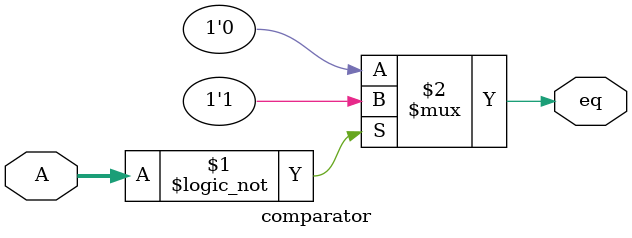
<source format=v>
module comparator
#(parameter N = 8)
(
    input wire [N-1:0] A,
    output wire eq 
);

assign eq = (A=={N{1'b0}}) ? 1'b1 : 1'b0;

endmodule
</source>
